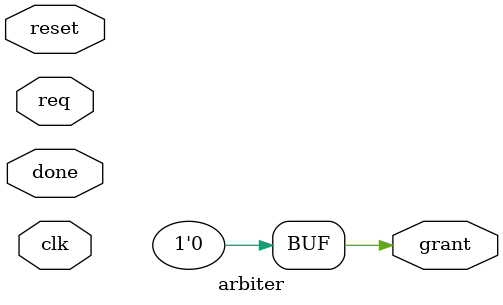
<source format=v>
module arbiter(
    clk,
    reset,
    req,
    done,
    grant
);
    input clk;
    input reset;

    input req;
    input done;

    output grant;


    // TODO implement
    assign grant = 1'b0;
    
endmodule

</source>
